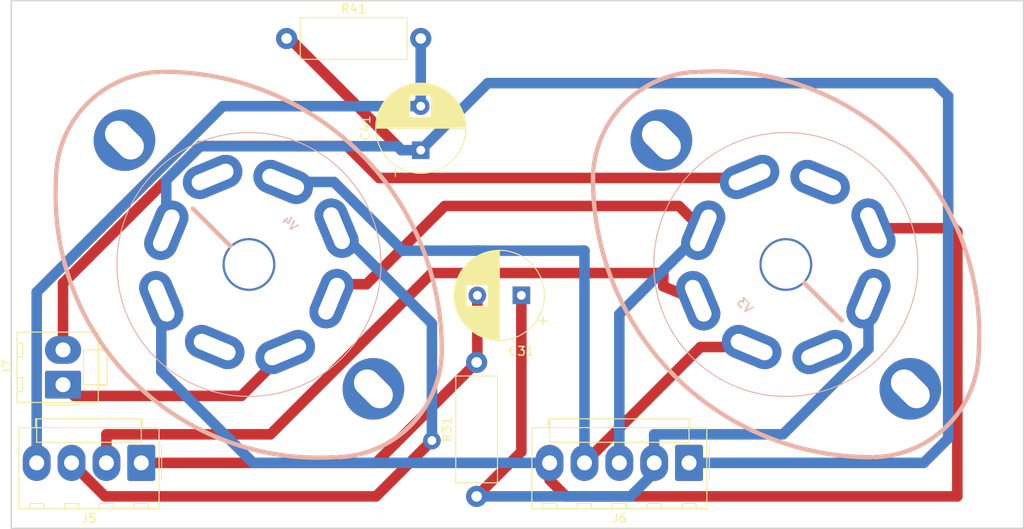
<source format=kicad_pcb>
(kicad_pcb (version 20171130) (host pcbnew "(5.1.6)-1")

  (general
    (thickness 1.6)
    (drawings 4)
    (tracks 80)
    (zones 0)
    (modules 9)
    (nets 12)
  )

  (page A4)
  (layers
    (0 F.Cu signal)
    (31 B.Cu signal)
    (32 B.Adhes user)
    (33 F.Adhes user)
    (34 B.Paste user)
    (35 F.Paste user)
    (36 B.SilkS user)
    (37 F.SilkS user)
    (38 B.Mask user)
    (39 F.Mask user)
    (40 Dwgs.User user)
    (41 Cmts.User user)
    (42 Eco1.User user)
    (43 Eco2.User user)
    (44 Edge.Cuts user)
    (45 Margin user)
    (46 B.CrtYd user)
    (47 F.CrtYd user)
    (48 B.Fab user)
    (49 F.Fab user)
  )

  (setup
    (last_trace_width 1.2)
    (trace_clearance 0.2)
    (zone_clearance 0.508)
    (zone_45_only no)
    (trace_min 0.2)
    (via_size 0.8)
    (via_drill 0.4)
    (via_min_size 0.4)
    (via_min_drill 0.3)
    (uvia_size 0.3)
    (uvia_drill 0.1)
    (uvias_allowed no)
    (uvia_min_size 0.2)
    (uvia_min_drill 0.1)
    (edge_width 0.1)
    (segment_width 0.2)
    (pcb_text_width 0.3)
    (pcb_text_size 1.5 1.5)
    (mod_edge_width 0.15)
    (mod_text_size 1 1)
    (mod_text_width 0.15)
    (pad_size 6 6)
    (pad_drill 5.5)
    (pad_to_mask_clearance 0)
    (aux_axis_origin 0 0)
    (visible_elements 7FFFFFFF)
    (pcbplotparams
      (layerselection 0x010fc_ffffffff)
      (usegerberextensions false)
      (usegerberattributes true)
      (usegerberadvancedattributes true)
      (creategerberjobfile true)
      (excludeedgelayer true)
      (linewidth 0.100000)
      (plotframeref false)
      (viasonmask false)
      (mode 1)
      (useauxorigin false)
      (hpglpennumber 1)
      (hpglpenspeed 20)
      (hpglpendiameter 15.000000)
      (psnegative false)
      (psa4output false)
      (plotreference true)
      (plotvalue true)
      (plotinvisibletext false)
      (padsonsilk false)
      (subtractmaskfromsilk false)
      (outputformat 1)
      (mirror false)
      (drillshape 1)
      (scaleselection 1)
      (outputdirectory ""))
  )

  (net 0 "")
  (net 1 /V3)
  (net 2 /V4)
  (net 3 /+330v)
  (net 4 /OPT/U)
  (net 5 /PowerSupply/K3)
  (net 6 /PowerSupply/K4)
  (net 7 /OPT/W)
  (net 8 /+6.3v)
  (net 9 /-6.3v)
  (net 10 /OPT/Z)
  (net 11 /OPT/X)

  (net_class Default "This is the default net class."
    (clearance 0.2)
    (trace_width 1.2)
    (via_dia 0.8)
    (via_drill 0.4)
    (uvia_dia 0.3)
    (uvia_drill 0.1)
    (add_net /+330v)
    (add_net /+6.3v)
    (add_net /-6.3v)
    (add_net /OPT/U)
    (add_net /OPT/W)
    (add_net /OPT/X)
    (add_net /OPT/Z)
    (add_net /PowerSupply/K3)
    (add_net /PowerSupply/K4)
    (add_net /V3)
    (add_net /V4)
  )

  (module Capacitor_THT:CP_Radial_D10.0mm_P5.00mm (layer F.Cu) (tedit 5AE50EF1) (tstamp 5F8B3BE4)
    (at 108.966 84.582 180)
    (descr "CP, Radial series, Radial, pin pitch=5.00mm, , diameter=10mm, Electrolytic Capacitor")
    (tags "CP Radial series Radial pin pitch 5.00mm  diameter 10mm Electrolytic Capacitor")
    (path /5F7C0435/5F778A0B)
    (fp_text reference C31 (at 0 -6.35) (layer F.SilkS)
      (effects (font (size 1 1) (thickness 0.15)))
    )
    (fp_text value 470u (at 2.5 6.25) (layer F.Fab)
      (effects (font (size 1 1) (thickness 0.15)))
    )
    (fp_circle (center 2.5 0) (end 7.5 0) (layer F.Fab) (width 0.1))
    (fp_circle (center 2.5 0) (end 7.62 0) (layer F.SilkS) (width 0.12))
    (fp_circle (center 2.5 0) (end 7.75 0) (layer F.CrtYd) (width 0.05))
    (fp_line (start -1.788861 -2.1875) (end -0.788861 -2.1875) (layer F.Fab) (width 0.1))
    (fp_line (start -1.288861 -2.6875) (end -1.288861 -1.6875) (layer F.Fab) (width 0.1))
    (fp_line (start 2.5 -5.08) (end 2.5 5.08) (layer F.SilkS) (width 0.12))
    (fp_line (start 2.54 -5.08) (end 2.54 5.08) (layer F.SilkS) (width 0.12))
    (fp_line (start 2.58 -5.08) (end 2.58 5.08) (layer F.SilkS) (width 0.12))
    (fp_line (start 2.62 -5.079) (end 2.62 5.079) (layer F.SilkS) (width 0.12))
    (fp_line (start 2.66 -5.078) (end 2.66 5.078) (layer F.SilkS) (width 0.12))
    (fp_line (start 2.7 -5.077) (end 2.7 5.077) (layer F.SilkS) (width 0.12))
    (fp_line (start 2.74 -5.075) (end 2.74 5.075) (layer F.SilkS) (width 0.12))
    (fp_line (start 2.78 -5.073) (end 2.78 5.073) (layer F.SilkS) (width 0.12))
    (fp_line (start 2.82 -5.07) (end 2.82 5.07) (layer F.SilkS) (width 0.12))
    (fp_line (start 2.86 -5.068) (end 2.86 5.068) (layer F.SilkS) (width 0.12))
    (fp_line (start 2.9 -5.065) (end 2.9 5.065) (layer F.SilkS) (width 0.12))
    (fp_line (start 2.94 -5.062) (end 2.94 5.062) (layer F.SilkS) (width 0.12))
    (fp_line (start 2.98 -5.058) (end 2.98 5.058) (layer F.SilkS) (width 0.12))
    (fp_line (start 3.02 -5.054) (end 3.02 5.054) (layer F.SilkS) (width 0.12))
    (fp_line (start 3.06 -5.05) (end 3.06 5.05) (layer F.SilkS) (width 0.12))
    (fp_line (start 3.1 -5.045) (end 3.1 5.045) (layer F.SilkS) (width 0.12))
    (fp_line (start 3.14 -5.04) (end 3.14 5.04) (layer F.SilkS) (width 0.12))
    (fp_line (start 3.18 -5.035) (end 3.18 5.035) (layer F.SilkS) (width 0.12))
    (fp_line (start 3.221 -5.03) (end 3.221 5.03) (layer F.SilkS) (width 0.12))
    (fp_line (start 3.261 -5.024) (end 3.261 5.024) (layer F.SilkS) (width 0.12))
    (fp_line (start 3.301 -5.018) (end 3.301 5.018) (layer F.SilkS) (width 0.12))
    (fp_line (start 3.341 -5.011) (end 3.341 5.011) (layer F.SilkS) (width 0.12))
    (fp_line (start 3.381 -5.004) (end 3.381 5.004) (layer F.SilkS) (width 0.12))
    (fp_line (start 3.421 -4.997) (end 3.421 4.997) (layer F.SilkS) (width 0.12))
    (fp_line (start 3.461 -4.99) (end 3.461 4.99) (layer F.SilkS) (width 0.12))
    (fp_line (start 3.501 -4.982) (end 3.501 4.982) (layer F.SilkS) (width 0.12))
    (fp_line (start 3.541 -4.974) (end 3.541 4.974) (layer F.SilkS) (width 0.12))
    (fp_line (start 3.581 -4.965) (end 3.581 4.965) (layer F.SilkS) (width 0.12))
    (fp_line (start 3.621 -4.956) (end 3.621 4.956) (layer F.SilkS) (width 0.12))
    (fp_line (start 3.661 -4.947) (end 3.661 4.947) (layer F.SilkS) (width 0.12))
    (fp_line (start 3.701 -4.938) (end 3.701 4.938) (layer F.SilkS) (width 0.12))
    (fp_line (start 3.741 -4.928) (end 3.741 4.928) (layer F.SilkS) (width 0.12))
    (fp_line (start 3.781 -4.918) (end 3.781 -1.241) (layer F.SilkS) (width 0.12))
    (fp_line (start 3.781 1.241) (end 3.781 4.918) (layer F.SilkS) (width 0.12))
    (fp_line (start 3.821 -4.907) (end 3.821 -1.241) (layer F.SilkS) (width 0.12))
    (fp_line (start 3.821 1.241) (end 3.821 4.907) (layer F.SilkS) (width 0.12))
    (fp_line (start 3.861 -4.897) (end 3.861 -1.241) (layer F.SilkS) (width 0.12))
    (fp_line (start 3.861 1.241) (end 3.861 4.897) (layer F.SilkS) (width 0.12))
    (fp_line (start 3.901 -4.885) (end 3.901 -1.241) (layer F.SilkS) (width 0.12))
    (fp_line (start 3.901 1.241) (end 3.901 4.885) (layer F.SilkS) (width 0.12))
    (fp_line (start 3.941 -4.874) (end 3.941 -1.241) (layer F.SilkS) (width 0.12))
    (fp_line (start 3.941 1.241) (end 3.941 4.874) (layer F.SilkS) (width 0.12))
    (fp_line (start 3.981 -4.862) (end 3.981 -1.241) (layer F.SilkS) (width 0.12))
    (fp_line (start 3.981 1.241) (end 3.981 4.862) (layer F.SilkS) (width 0.12))
    (fp_line (start 4.021 -4.85) (end 4.021 -1.241) (layer F.SilkS) (width 0.12))
    (fp_line (start 4.021 1.241) (end 4.021 4.85) (layer F.SilkS) (width 0.12))
    (fp_line (start 4.061 -4.837) (end 4.061 -1.241) (layer F.SilkS) (width 0.12))
    (fp_line (start 4.061 1.241) (end 4.061 4.837) (layer F.SilkS) (width 0.12))
    (fp_line (start 4.101 -4.824) (end 4.101 -1.241) (layer F.SilkS) (width 0.12))
    (fp_line (start 4.101 1.241) (end 4.101 4.824) (layer F.SilkS) (width 0.12))
    (fp_line (start 4.141 -4.811) (end 4.141 -1.241) (layer F.SilkS) (width 0.12))
    (fp_line (start 4.141 1.241) (end 4.141 4.811) (layer F.SilkS) (width 0.12))
    (fp_line (start 4.181 -4.797) (end 4.181 -1.241) (layer F.SilkS) (width 0.12))
    (fp_line (start 4.181 1.241) (end 4.181 4.797) (layer F.SilkS) (width 0.12))
    (fp_line (start 4.221 -4.783) (end 4.221 -1.241) (layer F.SilkS) (width 0.12))
    (fp_line (start 4.221 1.241) (end 4.221 4.783) (layer F.SilkS) (width 0.12))
    (fp_line (start 4.261 -4.768) (end 4.261 -1.241) (layer F.SilkS) (width 0.12))
    (fp_line (start 4.261 1.241) (end 4.261 4.768) (layer F.SilkS) (width 0.12))
    (fp_line (start 4.301 -4.754) (end 4.301 -1.241) (layer F.SilkS) (width 0.12))
    (fp_line (start 4.301 1.241) (end 4.301 4.754) (layer F.SilkS) (width 0.12))
    (fp_line (start 4.341 -4.738) (end 4.341 -1.241) (layer F.SilkS) (width 0.12))
    (fp_line (start 4.341 1.241) (end 4.341 4.738) (layer F.SilkS) (width 0.12))
    (fp_line (start 4.381 -4.723) (end 4.381 -1.241) (layer F.SilkS) (width 0.12))
    (fp_line (start 4.381 1.241) (end 4.381 4.723) (layer F.SilkS) (width 0.12))
    (fp_line (start 4.421 -4.707) (end 4.421 -1.241) (layer F.SilkS) (width 0.12))
    (fp_line (start 4.421 1.241) (end 4.421 4.707) (layer F.SilkS) (width 0.12))
    (fp_line (start 4.461 -4.69) (end 4.461 -1.241) (layer F.SilkS) (width 0.12))
    (fp_line (start 4.461 1.241) (end 4.461 4.69) (layer F.SilkS) (width 0.12))
    (fp_line (start 4.501 -4.674) (end 4.501 -1.241) (layer F.SilkS) (width 0.12))
    (fp_line (start 4.501 1.241) (end 4.501 4.674) (layer F.SilkS) (width 0.12))
    (fp_line (start 4.541 -4.657) (end 4.541 -1.241) (layer F.SilkS) (width 0.12))
    (fp_line (start 4.541 1.241) (end 4.541 4.657) (layer F.SilkS) (width 0.12))
    (fp_line (start 4.581 -4.639) (end 4.581 -1.241) (layer F.SilkS) (width 0.12))
    (fp_line (start 4.581 1.241) (end 4.581 4.639) (layer F.SilkS) (width 0.12))
    (fp_line (start 4.621 -4.621) (end 4.621 -1.241) (layer F.SilkS) (width 0.12))
    (fp_line (start 4.621 1.241) (end 4.621 4.621) (layer F.SilkS) (width 0.12))
    (fp_line (start 4.661 -4.603) (end 4.661 -1.241) (layer F.SilkS) (width 0.12))
    (fp_line (start 4.661 1.241) (end 4.661 4.603) (layer F.SilkS) (width 0.12))
    (fp_line (start 4.701 -4.584) (end 4.701 -1.241) (layer F.SilkS) (width 0.12))
    (fp_line (start 4.701 1.241) (end 4.701 4.584) (layer F.SilkS) (width 0.12))
    (fp_line (start 4.741 -4.564) (end 4.741 -1.241) (layer F.SilkS) (width 0.12))
    (fp_line (start 4.741 1.241) (end 4.741 4.564) (layer F.SilkS) (width 0.12))
    (fp_line (start 4.781 -4.545) (end 4.781 -1.241) (layer F.SilkS) (width 0.12))
    (fp_line (start 4.781 1.241) (end 4.781 4.545) (layer F.SilkS) (width 0.12))
    (fp_line (start 4.821 -4.525) (end 4.821 -1.241) (layer F.SilkS) (width 0.12))
    (fp_line (start 4.821 1.241) (end 4.821 4.525) (layer F.SilkS) (width 0.12))
    (fp_line (start 4.861 -4.504) (end 4.861 -1.241) (layer F.SilkS) (width 0.12))
    (fp_line (start 4.861 1.241) (end 4.861 4.504) (layer F.SilkS) (width 0.12))
    (fp_line (start 4.901 -4.483) (end 4.901 -1.241) (layer F.SilkS) (width 0.12))
    (fp_line (start 4.901 1.241) (end 4.901 4.483) (layer F.SilkS) (width 0.12))
    (fp_line (start 4.941 -4.462) (end 4.941 -1.241) (layer F.SilkS) (width 0.12))
    (fp_line (start 4.941 1.241) (end 4.941 4.462) (layer F.SilkS) (width 0.12))
    (fp_line (start 4.981 -4.44) (end 4.981 -1.241) (layer F.SilkS) (width 0.12))
    (fp_line (start 4.981 1.241) (end 4.981 4.44) (layer F.SilkS) (width 0.12))
    (fp_line (start 5.021 -4.417) (end 5.021 -1.241) (layer F.SilkS) (width 0.12))
    (fp_line (start 5.021 1.241) (end 5.021 4.417) (layer F.SilkS) (width 0.12))
    (fp_line (start 5.061 -4.395) (end 5.061 -1.241) (layer F.SilkS) (width 0.12))
    (fp_line (start 5.061 1.241) (end 5.061 4.395) (layer F.SilkS) (width 0.12))
    (fp_line (start 5.101 -4.371) (end 5.101 -1.241) (layer F.SilkS) (width 0.12))
    (fp_line (start 5.101 1.241) (end 5.101 4.371) (layer F.SilkS) (width 0.12))
    (fp_line (start 5.141 -4.347) (end 5.141 -1.241) (layer F.SilkS) (width 0.12))
    (fp_line (start 5.141 1.241) (end 5.141 4.347) (layer F.SilkS) (width 0.12))
    (fp_line (start 5.181 -4.323) (end 5.181 -1.241) (layer F.SilkS) (width 0.12))
    (fp_line (start 5.181 1.241) (end 5.181 4.323) (layer F.SilkS) (width 0.12))
    (fp_line (start 5.221 -4.298) (end 5.221 -1.241) (layer F.SilkS) (width 0.12))
    (fp_line (start 5.221 1.241) (end 5.221 4.298) (layer F.SilkS) (width 0.12))
    (fp_line (start 5.261 -4.273) (end 5.261 -1.241) (layer F.SilkS) (width 0.12))
    (fp_line (start 5.261 1.241) (end 5.261 4.273) (layer F.SilkS) (width 0.12))
    (fp_line (start 5.301 -4.247) (end 5.301 -1.241) (layer F.SilkS) (width 0.12))
    (fp_line (start 5.301 1.241) (end 5.301 4.247) (layer F.SilkS) (width 0.12))
    (fp_line (start 5.341 -4.221) (end 5.341 -1.241) (layer F.SilkS) (width 0.12))
    (fp_line (start 5.341 1.241) (end 5.341 4.221) (layer F.SilkS) (width 0.12))
    (fp_line (start 5.381 -4.194) (end 5.381 -1.241) (layer F.SilkS) (width 0.12))
    (fp_line (start 5.381 1.241) (end 5.381 4.194) (layer F.SilkS) (width 0.12))
    (fp_line (start 5.421 -4.166) (end 5.421 -1.241) (layer F.SilkS) (width 0.12))
    (fp_line (start 5.421 1.241) (end 5.421 4.166) (layer F.SilkS) (width 0.12))
    (fp_line (start 5.461 -4.138) (end 5.461 -1.241) (layer F.SilkS) (width 0.12))
    (fp_line (start 5.461 1.241) (end 5.461 4.138) (layer F.SilkS) (width 0.12))
    (fp_line (start 5.501 -4.11) (end 5.501 -1.241) (layer F.SilkS) (width 0.12))
    (fp_line (start 5.501 1.241) (end 5.501 4.11) (layer F.SilkS) (width 0.12))
    (fp_line (start 5.541 -4.08) (end 5.541 -1.241) (layer F.SilkS) (width 0.12))
    (fp_line (start 5.541 1.241) (end 5.541 4.08) (layer F.SilkS) (width 0.12))
    (fp_line (start 5.581 -4.05) (end 5.581 -1.241) (layer F.SilkS) (width 0.12))
    (fp_line (start 5.581 1.241) (end 5.581 4.05) (layer F.SilkS) (width 0.12))
    (fp_line (start 5.621 -4.02) (end 5.621 -1.241) (layer F.SilkS) (width 0.12))
    (fp_line (start 5.621 1.241) (end 5.621 4.02) (layer F.SilkS) (width 0.12))
    (fp_line (start 5.661 -3.989) (end 5.661 -1.241) (layer F.SilkS) (width 0.12))
    (fp_line (start 5.661 1.241) (end 5.661 3.989) (layer F.SilkS) (width 0.12))
    (fp_line (start 5.701 -3.957) (end 5.701 -1.241) (layer F.SilkS) (width 0.12))
    (fp_line (start 5.701 1.241) (end 5.701 3.957) (layer F.SilkS) (width 0.12))
    (fp_line (start 5.741 -3.925) (end 5.741 -1.241) (layer F.SilkS) (width 0.12))
    (fp_line (start 5.741 1.241) (end 5.741 3.925) (layer F.SilkS) (width 0.12))
    (fp_line (start 5.781 -3.892) (end 5.781 -1.241) (layer F.SilkS) (width 0.12))
    (fp_line (start 5.781 1.241) (end 5.781 3.892) (layer F.SilkS) (width 0.12))
    (fp_line (start 5.821 -3.858) (end 5.821 -1.241) (layer F.SilkS) (width 0.12))
    (fp_line (start 5.821 1.241) (end 5.821 3.858) (layer F.SilkS) (width 0.12))
    (fp_line (start 5.861 -3.824) (end 5.861 -1.241) (layer F.SilkS) (width 0.12))
    (fp_line (start 5.861 1.241) (end 5.861 3.824) (layer F.SilkS) (width 0.12))
    (fp_line (start 5.901 -3.789) (end 5.901 -1.241) (layer F.SilkS) (width 0.12))
    (fp_line (start 5.901 1.241) (end 5.901 3.789) (layer F.SilkS) (width 0.12))
    (fp_line (start 5.941 -3.753) (end 5.941 -1.241) (layer F.SilkS) (width 0.12))
    (fp_line (start 5.941 1.241) (end 5.941 3.753) (layer F.SilkS) (width 0.12))
    (fp_line (start 5.981 -3.716) (end 5.981 -1.241) (layer F.SilkS) (width 0.12))
    (fp_line (start 5.981 1.241) (end 5.981 3.716) (layer F.SilkS) (width 0.12))
    (fp_line (start 6.021 -3.679) (end 6.021 -1.241) (layer F.SilkS) (width 0.12))
    (fp_line (start 6.021 1.241) (end 6.021 3.679) (layer F.SilkS) (width 0.12))
    (fp_line (start 6.061 -3.64) (end 6.061 -1.241) (layer F.SilkS) (width 0.12))
    (fp_line (start 6.061 1.241) (end 6.061 3.64) (layer F.SilkS) (width 0.12))
    (fp_line (start 6.101 -3.601) (end 6.101 -1.241) (layer F.SilkS) (width 0.12))
    (fp_line (start 6.101 1.241) (end 6.101 3.601) (layer F.SilkS) (width 0.12))
    (fp_line (start 6.141 -3.561) (end 6.141 -1.241) (layer F.SilkS) (width 0.12))
    (fp_line (start 6.141 1.241) (end 6.141 3.561) (layer F.SilkS) (width 0.12))
    (fp_line (start 6.181 -3.52) (end 6.181 -1.241) (layer F.SilkS) (width 0.12))
    (fp_line (start 6.181 1.241) (end 6.181 3.52) (layer F.SilkS) (width 0.12))
    (fp_line (start 6.221 -3.478) (end 6.221 -1.241) (layer F.SilkS) (width 0.12))
    (fp_line (start 6.221 1.241) (end 6.221 3.478) (layer F.SilkS) (width 0.12))
    (fp_line (start 6.261 -3.436) (end 6.261 3.436) (layer F.SilkS) (width 0.12))
    (fp_line (start 6.301 -3.392) (end 6.301 3.392) (layer F.SilkS) (width 0.12))
    (fp_line (start 6.341 -3.347) (end 6.341 3.347) (layer F.SilkS) (width 0.12))
    (fp_line (start 6.381 -3.301) (end 6.381 3.301) (layer F.SilkS) (width 0.12))
    (fp_line (start 6.421 -3.254) (end 6.421 3.254) (layer F.SilkS) (width 0.12))
    (fp_line (start 6.461 -3.206) (end 6.461 3.206) (layer F.SilkS) (width 0.12))
    (fp_line (start 6.501 -3.156) (end 6.501 3.156) (layer F.SilkS) (width 0.12))
    (fp_line (start 6.541 -3.106) (end 6.541 3.106) (layer F.SilkS) (width 0.12))
    (fp_line (start 6.581 -3.054) (end 6.581 3.054) (layer F.SilkS) (width 0.12))
    (fp_line (start 6.621 -3) (end 6.621 3) (layer F.SilkS) (width 0.12))
    (fp_line (start 6.661 -2.945) (end 6.661 2.945) (layer F.SilkS) (width 0.12))
    (fp_line (start 6.701 -2.889) (end 6.701 2.889) (layer F.SilkS) (width 0.12))
    (fp_line (start 6.741 -2.83) (end 6.741 2.83) (layer F.SilkS) (width 0.12))
    (fp_line (start 6.781 -2.77) (end 6.781 2.77) (layer F.SilkS) (width 0.12))
    (fp_line (start 6.821 -2.709) (end 6.821 2.709) (layer F.SilkS) (width 0.12))
    (fp_line (start 6.861 -2.645) (end 6.861 2.645) (layer F.SilkS) (width 0.12))
    (fp_line (start 6.901 -2.579) (end 6.901 2.579) (layer F.SilkS) (width 0.12))
    (fp_line (start 6.941 -2.51) (end 6.941 2.51) (layer F.SilkS) (width 0.12))
    (fp_line (start 6.981 -2.439) (end 6.981 2.439) (layer F.SilkS) (width 0.12))
    (fp_line (start 7.021 -2.365) (end 7.021 2.365) (layer F.SilkS) (width 0.12))
    (fp_line (start 7.061 -2.289) (end 7.061 2.289) (layer F.SilkS) (width 0.12))
    (fp_line (start 7.101 -2.209) (end 7.101 2.209) (layer F.SilkS) (width 0.12))
    (fp_line (start 7.141 -2.125) (end 7.141 2.125) (layer F.SilkS) (width 0.12))
    (fp_line (start 7.181 -2.037) (end 7.181 2.037) (layer F.SilkS) (width 0.12))
    (fp_line (start 7.221 -1.944) (end 7.221 1.944) (layer F.SilkS) (width 0.12))
    (fp_line (start 7.261 -1.846) (end 7.261 1.846) (layer F.SilkS) (width 0.12))
    (fp_line (start 7.301 -1.742) (end 7.301 1.742) (layer F.SilkS) (width 0.12))
    (fp_line (start 7.341 -1.63) (end 7.341 1.63) (layer F.SilkS) (width 0.12))
    (fp_line (start 7.381 -1.51) (end 7.381 1.51) (layer F.SilkS) (width 0.12))
    (fp_line (start 7.421 -1.378) (end 7.421 1.378) (layer F.SilkS) (width 0.12))
    (fp_line (start 7.461 -1.23) (end 7.461 1.23) (layer F.SilkS) (width 0.12))
    (fp_line (start 7.501 -1.062) (end 7.501 1.062) (layer F.SilkS) (width 0.12))
    (fp_line (start 7.541 -0.862) (end 7.541 0.862) (layer F.SilkS) (width 0.12))
    (fp_line (start 7.581 -0.599) (end 7.581 0.599) (layer F.SilkS) (width 0.12))
    (fp_line (start -2.979646 -2.875) (end -1.979646 -2.875) (layer F.SilkS) (width 0.12))
    (fp_line (start -2.479646 -3.375) (end -2.479646 -2.375) (layer F.SilkS) (width 0.12))
    (fp_text user %R (at 2.5 0) (layer F.Fab)
      (effects (font (size 1 1) (thickness 0.15)))
    )
    (pad 2 thru_hole circle (at 5 0 180) (size 2 2) (drill 1) (layers *.Cu *.Mask)
      (net 4 /OPT/U))
    (pad 1 thru_hole rect (at 0 0 180) (size 2 2) (drill 1) (layers *.Cu *.Mask)
      (net 5 /PowerSupply/K3))
    (model ${KISYS3DMOD}/Capacitor_THT.3dshapes/CP_Radial_D10.0mm_P5.00mm.wrl
      (at (xyz 0 0 0))
      (scale (xyz 1 1 1))
      (rotate (xyz 0 0 0))
    )
  )

  (module Capacitor_THT:CP_Radial_D10.0mm_P5.00mm (layer F.Cu) (tedit 5AE50EF1) (tstamp 5F8B0E3E)
    (at 97.536 68.072 90)
    (descr "CP, Radial series, Radial, pin pitch=5.00mm, , diameter=10mm, Electrolytic Capacitor")
    (tags "CP Radial series Radial pin pitch 5.00mm  diameter 10mm Electrolytic Capacitor")
    (path /5F7C0435/5F77C5D5)
    (fp_text reference C41 (at 2.5 -6.25 90) (layer F.SilkS)
      (effects (font (size 1 1) (thickness 0.15)))
    )
    (fp_text value 470u (at 2.5 6.25 90) (layer F.Fab)
      (effects (font (size 1 1) (thickness 0.15)))
    )
    (fp_line (start -2.479646 -3.375) (end -2.479646 -2.375) (layer F.SilkS) (width 0.12))
    (fp_line (start -2.979646 -2.875) (end -1.979646 -2.875) (layer F.SilkS) (width 0.12))
    (fp_line (start 7.581 -0.599) (end 7.581 0.599) (layer F.SilkS) (width 0.12))
    (fp_line (start 7.541 -0.862) (end 7.541 0.862) (layer F.SilkS) (width 0.12))
    (fp_line (start 7.501 -1.062) (end 7.501 1.062) (layer F.SilkS) (width 0.12))
    (fp_line (start 7.461 -1.23) (end 7.461 1.23) (layer F.SilkS) (width 0.12))
    (fp_line (start 7.421 -1.378) (end 7.421 1.378) (layer F.SilkS) (width 0.12))
    (fp_line (start 7.381 -1.51) (end 7.381 1.51) (layer F.SilkS) (width 0.12))
    (fp_line (start 7.341 -1.63) (end 7.341 1.63) (layer F.SilkS) (width 0.12))
    (fp_line (start 7.301 -1.742) (end 7.301 1.742) (layer F.SilkS) (width 0.12))
    (fp_line (start 7.261 -1.846) (end 7.261 1.846) (layer F.SilkS) (width 0.12))
    (fp_line (start 7.221 -1.944) (end 7.221 1.944) (layer F.SilkS) (width 0.12))
    (fp_line (start 7.181 -2.037) (end 7.181 2.037) (layer F.SilkS) (width 0.12))
    (fp_line (start 7.141 -2.125) (end 7.141 2.125) (layer F.SilkS) (width 0.12))
    (fp_line (start 7.101 -2.209) (end 7.101 2.209) (layer F.SilkS) (width 0.12))
    (fp_line (start 7.061 -2.289) (end 7.061 2.289) (layer F.SilkS) (width 0.12))
    (fp_line (start 7.021 -2.365) (end 7.021 2.365) (layer F.SilkS) (width 0.12))
    (fp_line (start 6.981 -2.439) (end 6.981 2.439) (layer F.SilkS) (width 0.12))
    (fp_line (start 6.941 -2.51) (end 6.941 2.51) (layer F.SilkS) (width 0.12))
    (fp_line (start 6.901 -2.579) (end 6.901 2.579) (layer F.SilkS) (width 0.12))
    (fp_line (start 6.861 -2.645) (end 6.861 2.645) (layer F.SilkS) (width 0.12))
    (fp_line (start 6.821 -2.709) (end 6.821 2.709) (layer F.SilkS) (width 0.12))
    (fp_line (start 6.781 -2.77) (end 6.781 2.77) (layer F.SilkS) (width 0.12))
    (fp_line (start 6.741 -2.83) (end 6.741 2.83) (layer F.SilkS) (width 0.12))
    (fp_line (start 6.701 -2.889) (end 6.701 2.889) (layer F.SilkS) (width 0.12))
    (fp_line (start 6.661 -2.945) (end 6.661 2.945) (layer F.SilkS) (width 0.12))
    (fp_line (start 6.621 -3) (end 6.621 3) (layer F.SilkS) (width 0.12))
    (fp_line (start 6.581 -3.054) (end 6.581 3.054) (layer F.SilkS) (width 0.12))
    (fp_line (start 6.541 -3.106) (end 6.541 3.106) (layer F.SilkS) (width 0.12))
    (fp_line (start 6.501 -3.156) (end 6.501 3.156) (layer F.SilkS) (width 0.12))
    (fp_line (start 6.461 -3.206) (end 6.461 3.206) (layer F.SilkS) (width 0.12))
    (fp_line (start 6.421 -3.254) (end 6.421 3.254) (layer F.SilkS) (width 0.12))
    (fp_line (start 6.381 -3.301) (end 6.381 3.301) (layer F.SilkS) (width 0.12))
    (fp_line (start 6.341 -3.347) (end 6.341 3.347) (layer F.SilkS) (width 0.12))
    (fp_line (start 6.301 -3.392) (end 6.301 3.392) (layer F.SilkS) (width 0.12))
    (fp_line (start 6.261 -3.436) (end 6.261 3.436) (layer F.SilkS) (width 0.12))
    (fp_line (start 6.221 1.241) (end 6.221 3.478) (layer F.SilkS) (width 0.12))
    (fp_line (start 6.221 -3.478) (end 6.221 -1.241) (layer F.SilkS) (width 0.12))
    (fp_line (start 6.181 1.241) (end 6.181 3.52) (layer F.SilkS) (width 0.12))
    (fp_line (start 6.181 -3.52) (end 6.181 -1.241) (layer F.SilkS) (width 0.12))
    (fp_line (start 6.141 1.241) (end 6.141 3.561) (layer F.SilkS) (width 0.12))
    (fp_line (start 6.141 -3.561) (end 6.141 -1.241) (layer F.SilkS) (width 0.12))
    (fp_line (start 6.101 1.241) (end 6.101 3.601) (layer F.SilkS) (width 0.12))
    (fp_line (start 6.101 -3.601) (end 6.101 -1.241) (layer F.SilkS) (width 0.12))
    (fp_line (start 6.061 1.241) (end 6.061 3.64) (layer F.SilkS) (width 0.12))
    (fp_line (start 6.061 -3.64) (end 6.061 -1.241) (layer F.SilkS) (width 0.12))
    (fp_line (start 6.021 1.241) (end 6.021 3.679) (layer F.SilkS) (width 0.12))
    (fp_line (start 6.021 -3.679) (end 6.021 -1.241) (layer F.SilkS) (width 0.12))
    (fp_line (start 5.981 1.241) (end 5.981 3.716) (layer F.SilkS) (width 0.12))
    (fp_line (start 5.981 -3.716) (end 5.981 -1.241) (layer F.SilkS) (width 0.12))
    (fp_line (start 5.941 1.241) (end 5.941 3.753) (layer F.SilkS) (width 0.12))
    (fp_line (start 5.941 -3.753) (end 5.941 -1.241) (layer F.SilkS) (width 0.12))
    (fp_line (start 5.901 1.241) (end 5.901 3.789) (layer F.SilkS) (width 0.12))
    (fp_line (start 5.901 -3.789) (end 5.901 -1.241) (layer F.SilkS) (width 0.12))
    (fp_line (start 5.861 1.241) (end 5.861 3.824) (layer F.SilkS) (width 0.12))
    (fp_line (start 5.861 -3.824) (end 5.861 -1.241) (layer F.SilkS) (width 0.12))
    (fp_line (start 5.821 1.241) (end 5.821 3.858) (layer F.SilkS) (width 0.12))
    (fp_line (start 5.821 -3.858) (end 5.821 -1.241) (layer F.SilkS) (width 0.12))
    (fp_line (start 5.781 1.241) (end 5.781 3.892) (layer F.SilkS) (width 0.12))
    (fp_line (start 5.781 -3.892) (end 5.781 -1.241) (layer F.SilkS) (width 0.12))
    (fp_line (start 5.741 1.241) (end 5.741 3.925) (layer F.SilkS) (width 0.12))
    (fp_line (start 5.741 -3.925) (end 5.741 -1.241) (layer F.SilkS) (width 0.12))
    (fp_line (start 5.701 1.241) (end 5.701 3.957) (layer F.SilkS) (width 0.12))
    (fp_line (start 5.701 -3.957) (end 5.701 -1.241) (layer F.SilkS) (width 0.12))
    (fp_line (start 5.661 1.241) (end 5.661 3.989) (layer F.SilkS) (width 0.12))
    (fp_line (start 5.661 -3.989) (end 5.661 -1.241) (layer F.SilkS) (width 0.12))
    (fp_line (start 5.621 1.241) (end 5.621 4.02) (layer F.SilkS) (width 0.12))
    (fp_line (start 5.621 -4.02) (end 5.621 -1.241) (layer F.SilkS) (width 0.12))
    (fp_line (start 5.581 1.241) (end 5.581 4.05) (layer F.SilkS) (width 0.12))
    (fp_line (start 5.581 -4.05) (end 5.581 -1.241) (layer F.SilkS) (width 0.12))
    (fp_line (start 5.541 1.241) (end 5.541 4.08) (layer F.SilkS) (width 0.12))
    (fp_line (start 5.541 -4.08) (end 5.541 -1.241) (layer F.SilkS) (width 0.12))
    (fp_line (start 5.501 1.241) (end 5.501 4.11) (layer F.SilkS) (width 0.12))
    (fp_line (start 5.501 -4.11) (end 5.501 -1.241) (layer F.SilkS) (width 0.12))
    (fp_line (start 5.461 1.241) (end 5.461 4.138) (layer F.SilkS) (width 0.12))
    (fp_line (start 5.461 -4.138) (end 5.461 -1.241) (layer F.SilkS) (width 0.12))
    (fp_line (start 5.421 1.241) (end 5.421 4.166) (layer F.SilkS) (width 0.12))
    (fp_line (start 5.421 -4.166) (end 5.421 -1.241) (layer F.SilkS) (width 0.12))
    (fp_line (start 5.381 1.241) (end 5.381 4.194) (layer F.SilkS) (width 0.12))
    (fp_line (start 5.381 -4.194) (end 5.381 -1.241) (layer F.SilkS) (width 0.12))
    (fp_line (start 5.341 1.241) (end 5.341 4.221) (layer F.SilkS) (width 0.12))
    (fp_line (start 5.341 -4.221) (end 5.341 -1.241) (layer F.SilkS) (width 0.12))
    (fp_line (start 5.301 1.241) (end 5.301 4.247) (layer F.SilkS) (width 0.12))
    (fp_line (start 5.301 -4.247) (end 5.301 -1.241) (layer F.SilkS) (width 0.12))
    (fp_line (start 5.261 1.241) (end 5.261 4.273) (layer F.SilkS) (width 0.12))
    (fp_line (start 5.261 -4.273) (end 5.261 -1.241) (layer F.SilkS) (width 0.12))
    (fp_line (start 5.221 1.241) (end 5.221 4.298) (layer F.SilkS) (width 0.12))
    (fp_line (start 5.221 -4.298) (end 5.221 -1.241) (layer F.SilkS) (width 0.12))
    (fp_line (start 5.181 1.241) (end 5.181 4.323) (layer F.SilkS) (width 0.12))
    (fp_line (start 5.181 -4.323) (end 5.181 -1.241) (layer F.SilkS) (width 0.12))
    (fp_line (start 5.141 1.241) (end 5.141 4.347) (layer F.SilkS) (width 0.12))
    (fp_line (start 5.141 -4.347) (end 5.141 -1.241) (layer F.SilkS) (width 0.12))
    (fp_line (start 5.101 1.241) (end 5.101 4.371) (layer F.SilkS) (width 0.12))
    (fp_line (start 5.101 -4.371) (end 5.101 -1.241) (layer F.SilkS) (width 0.12))
    (fp_line (start 5.061 1.241) (end 5.061 4.395) (layer F.SilkS) (width 0.12))
    (fp_line (start 5.061 -4.395) (end 5.061 -1.241) (layer F.SilkS) (width 0.12))
    (fp_line (start 5.021 1.241) (end 5.021 4.417) (layer F.SilkS) (width 0.12))
    (fp_line (start 5.021 -4.417) (end 5.021 -1.241) (layer F.SilkS) (width 0.12))
    (fp_line (start 4.981 1.241) (end 4.981 4.44) (layer F.SilkS) (width 0.12))
    (fp_line (start 4.981 -4.44) (end 4.981 -1.241) (layer F.SilkS) (width 0.12))
    (fp_line (start 4.941 1.241) (end 4.941 4.462) (layer F.SilkS) (width 0.12))
    (fp_line (start 4.941 -4.462) (end 4.941 -1.241) (layer F.SilkS) (width 0.12))
    (fp_line (start 4.901 1.241) (end 4.901 4.483) (layer F.SilkS) (width 0.12))
    (fp_line (start 4.901 -4.483) (end 4.901 -1.241) (layer F.SilkS) (width 0.12))
    (fp_line (start 4.861 1.241) (end 4.861 4.504) (layer F.SilkS) (width 0.12))
    (fp_line (start 4.861 -4.504) (end 4.861 -1.241) (layer F.SilkS) (width 0.12))
    (fp_line (start 4.821 1.241) (end 4.821 4.525) (layer F.SilkS) (width 0.12))
    (fp_line (start 4.821 -4.525) (end 4.821 -1.241) (layer F.SilkS) (width 0.12))
    (fp_line (start 4.781 1.241) (end 4.781 4.545) (layer F.SilkS) (width 0.12))
    (fp_line (start 4.781 -4.545) (end 4.781 -1.241) (layer F.SilkS) (width 0.12))
    (fp_line (start 4.741 1.241) (end 4.741 4.564) (layer F.SilkS) (width 0.12))
    (fp_line (start 4.741 -4.564) (end 4.741 -1.241) (layer F.SilkS) (width 0.12))
    (fp_line (start 4.701 1.241) (end 4.701 4.584) (layer F.SilkS) (width 0.12))
    (fp_line (start 4.701 -4.584) (end 4.701 -1.241) (layer F.SilkS) (width 0.12))
    (fp_line (start 4.661 1.241) (end 4.661 4.603) (layer F.SilkS) (width 0.12))
    (fp_line (start 4.661 -4.603) (end 4.661 -1.241) (layer F.SilkS) (width 0.12))
    (fp_line (start 4.621 1.241) (end 4.621 4.621) (layer F.SilkS) (width 0.12))
    (fp_line (start 4.621 -4.621) (end 4.621 -1.241) (layer F.SilkS) (width 0.12))
    (fp_line (start 4.581 1.241) (end 4.581 4.639) (layer F.SilkS) (width 0.12))
    (fp_line (start 4.581 -4.639) (end 4.581 -1.241) (layer F.SilkS) (width 0.12))
    (fp_line (start 4.541 1.241) (end 4.541 4.657) (layer F.SilkS) (width 0.12))
    (fp_line (start 4.541 -4.657) (end 4.541 -1.241) (layer F.SilkS) (width 0.12))
    (fp_line (start 4.501 1.241) (end 4.501 4.674) (layer F.SilkS) (width 0.12))
    (fp_line (start 4.501 -4.674) (end 4.501 -1.241) (layer F.SilkS) (width 0.12))
    (fp_line (start 4.461 1.241) (end 4.461 4.69) (layer F.SilkS) (width 0.12))
    (fp_line (start 4.461 -4.69) (end 4.461 -1.241) (layer F.SilkS) (width 0.12))
    (fp_line (start 4.421 1.241) (end 4.421 4.707) (layer F.SilkS) (width 0.12))
    (fp_line (start 4.421 -4.707) (end 4.421 -1.241) (layer F.SilkS) (width 0.12))
    (fp_line (start 4.381 1.241) (end 4.381 4.723) (layer F.SilkS) (width 0.12))
    (fp_line (start 4.381 -4.723) (end 4.381 -1.241) (layer F.SilkS) (width 0.12))
    (fp_line (start 4.341 1.241) (end 4.341 4.738) (layer F.SilkS) (width 0.12))
    (fp_line (start 4.341 -4.738) (end 4.341 -1.241) (layer F.SilkS) (width 0.12))
    (fp_line (start 4.301 1.241) (end 4.301 4.754) (layer F.SilkS) (width 0.12))
    (fp_line (start 4.301 -4.754) (end 4.301 -1.241) (layer F.SilkS) (width 0.12))
    (fp_line (start 4.261 1.241) (end 4.261 4.768) (layer F.SilkS) (width 0.12))
    (fp_line (start 4.261 -4.768) (end 4.261 -1.241) (layer F.SilkS) (width 0.12))
    (fp_line (start 4.221 1.241) (end 4.221 4.783) (layer F.SilkS) (width 0.12))
    (fp_line (start 4.221 -4.783) (end 4.221 -1.241) (layer F.SilkS) (width 0.12))
    (fp_line (start 4.181 1.241) (end 4.181 4.797) (layer F.SilkS) (width 0.12))
    (fp_line (start 4.181 -4.797) (end 4.181 -1.241) (layer F.SilkS) (width 0.12))
    (fp_line (start 4.141 1.241) (end 4.141 4.811) (layer F.SilkS) (width 0.12))
    (fp_line (start 4.141 -4.811) (end 4.141 -1.241) (layer F.SilkS) (width 0.12))
    (fp_line (start 4.101 1.241) (end 4.101 4.824) (layer F.SilkS) (width 0.12))
    (fp_line (start 4.101 -4.824) (end 4.101 -1.241) (layer F.SilkS) (width 0.12))
    (fp_line (start 4.061 1.241) (end 4.061 4.837) (layer F.SilkS) (width 0.12))
    (fp_line (start 4.061 -4.837) (end 4.061 -1.241) (layer F.SilkS) (width 0.12))
    (fp_line (start 4.021 1.241) (end 4.021 4.85) (layer F.SilkS) (width 0.12))
    (fp_line (start 4.021 -4.85) (end 4.021 -1.241) (layer F.SilkS) (width 0.12))
    (fp_line (start 3.981 1.241) (end 3.981 4.862) (layer F.SilkS) (width 0.12))
    (fp_line (start 3.981 -4.862) (end 3.981 -1.241) (layer F.SilkS) (width 0.12))
    (fp_line (start 3.941 1.241) (end 3.941 4.874) (layer F.SilkS) (width 0.12))
    (fp_line (start 3.941 -4.874) (end 3.941 -1.241) (layer F.SilkS) (width 0.12))
    (fp_line (start 3.901 1.241) (end 3.901 4.885) (layer F.SilkS) (width 0.12))
    (fp_line (start 3.901 -4.885) (end 3.901 -1.241) (layer F.SilkS) (width 0.12))
    (fp_line (start 3.861 1.241) (end 3.861 4.897) (layer F.SilkS) (width 0.12))
    (fp_line (start 3.861 -4.897) (end 3.861 -1.241) (layer F.SilkS) (width 0.12))
    (fp_line (start 3.821 1.241) (end 3.821 4.907) (layer F.SilkS) (width 0.12))
    (fp_line (start 3.821 -4.907) (end 3.821 -1.241) (layer F.SilkS) (width 0.12))
    (fp_line (start 3.781 1.241) (end 3.781 4.918) (layer F.SilkS) (width 0.12))
    (fp_line (start 3.781 -4.918) (end 3.781 -1.241) (layer F.SilkS) (width 0.12))
    (fp_line (start 3.741 -4.928) (end 3.741 4.928) (layer F.SilkS) (width 0.12))
    (fp_line (start 3.701 -4.938) (end 3.701 4.938) (layer F.SilkS) (width 0.12))
    (fp_line (start 3.661 -4.947) (end 3.661 4.947) (layer F.SilkS) (width 0.12))
    (fp_line (start 3.621 -4.956) (end 3.621 4.956) (layer F.SilkS) (width 0.12))
    (fp_line (start 3.581 -4.965) (end 3.581 4.965) (layer F.SilkS) (width 0.12))
    (fp_line (start 3.541 -4.974) (end 3.541 4.974) (layer F.SilkS) (width 0.12))
    (fp_line (start 3.501 -4.982) (end 3.501 4.982) (layer F.SilkS) (width 0.12))
    (fp_line (start 3.461 -4.99) (end 3.461 4.99) (layer F.SilkS) (width 0.12))
    (fp_line (start 3.421 -4.997) (end 3.421 4.997) (layer F.SilkS) (width 0.12))
    (fp_line (start 3.381 -5.004) (end 3.381 5.004) (layer F.SilkS) (width 0.12))
    (fp_line (start 3.341 -5.011) (end 3.341 5.011) (layer F.SilkS) (width 0.12))
    (fp_line (start 3.301 -5.018) (end 3.301 5.018) (layer F.SilkS) (width 0.12))
    (fp_line (start 3.261 -5.024) (end 3.261 5.024) (layer F.SilkS) (width 0.12))
    (fp_line (start 3.221 -5.03) (end 3.221 5.03) (layer F.SilkS) (width 0.12))
    (fp_line (start 3.18 -5.035) (end 3.18 5.035) (layer F.SilkS) (width 0.12))
    (fp_line (start 3.14 -5.04) (end 3.14 5.04) (layer F.SilkS) (width 0.12))
    (fp_line (start 3.1 -5.045) (end 3.1 5.045) (layer F.SilkS) (width 0.12))
    (fp_line (start 3.06 -5.05) (end 3.06 5.05) (layer F.SilkS) (width 0.12))
    (fp_line (start 3.02 -5.054) (end 3.02 5.054) (layer F.SilkS) (width 0.12))
    (fp_line (start 2.98 -5.058) (end 2.98 5.058) (layer F.SilkS) (width 0.12))
    (fp_line (start 2.94 -5.062) (end 2.94 5.062) (layer F.SilkS) (width 0.12))
    (fp_line (start 2.9 -5.065) (end 2.9 5.065) (layer F.SilkS) (width 0.12))
    (fp_line (start 2.86 -5.068) (end 2.86 5.068) (layer F.SilkS) (width 0.12))
    (fp_line (start 2.82 -5.07) (end 2.82 5.07) (layer F.SilkS) (width 0.12))
    (fp_line (start 2.78 -5.073) (end 2.78 5.073) (layer F.SilkS) (width 0.12))
    (fp_line (start 2.74 -5.075) (end 2.74 5.075) (layer F.SilkS) (width 0.12))
    (fp_line (start 2.7 -5.077) (end 2.7 5.077) (layer F.SilkS) (width 0.12))
    (fp_line (start 2.66 -5.078) (end 2.66 5.078) (layer F.SilkS) (width 0.12))
    (fp_line (start 2.62 -5.079) (end 2.62 5.079) (layer F.SilkS) (width 0.12))
    (fp_line (start 2.58 -5.08) (end 2.58 5.08) (layer F.SilkS) (width 0.12))
    (fp_line (start 2.54 -5.08) (end 2.54 5.08) (layer F.SilkS) (width 0.12))
    (fp_line (start 2.5 -5.08) (end 2.5 5.08) (layer F.SilkS) (width 0.12))
    (fp_line (start -1.288861 -2.6875) (end -1.288861 -1.6875) (layer F.Fab) (width 0.1))
    (fp_line (start -1.788861 -2.1875) (end -0.788861 -2.1875) (layer F.Fab) (width 0.1))
    (fp_circle (center 2.5 0) (end 7.75 0) (layer F.CrtYd) (width 0.05))
    (fp_circle (center 2.5 0) (end 7.62 0) (layer F.SilkS) (width 0.12))
    (fp_circle (center 2.5 0) (end 7.5 0) (layer F.Fab) (width 0.1))
    (fp_text user %R (at 2.5 0 90) (layer F.Fab)
      (effects (font (size 1 1) (thickness 0.15)))
    )
    (pad 1 thru_hole rect (at 0 0 90) (size 2 2) (drill 1) (layers *.Cu *.Mask)
      (net 6 /PowerSupply/K4))
    (pad 2 thru_hole circle (at 5 0 90) (size 2 2) (drill 1) (layers *.Cu *.Mask)
      (net 7 /OPT/W))
    (model ${KISYS3DMOD}/Capacitor_THT.3dshapes/CP_Radial_D10.0mm_P5.00mm.wrl
      (at (xyz 0 0 0))
      (scale (xyz 1 1 1))
      (rotate (xyz 0 0 0))
    )
  )

  (module Resistor_THT:R_Axial_DIN0414_L11.9mm_D4.5mm_P15.24mm_Horizontal (layer F.Cu) (tedit 5AE5139B) (tstamp 5F8B12AF)
    (at 103.886 107.442 90)
    (descr "Resistor, Axial_DIN0414 series, Axial, Horizontal, pin pitch=15.24mm, 2W, length*diameter=11.9*4.5mm^2, http://www.vishay.com/docs/20128/wkxwrx.pdf")
    (tags "Resistor Axial_DIN0414 series Axial Horizontal pin pitch 15.24mm 2W length 11.9mm diameter 4.5mm")
    (path /5F7C0435/5F7778FE)
    (fp_text reference R31 (at 7.62 -3.37 90) (layer F.SilkS)
      (effects (font (size 1 1) (thickness 0.15)))
    )
    (fp_text value "470 5W" (at 7.62 3.37 90) (layer F.Fab)
      (effects (font (size 1 1) (thickness 0.15)))
    )
    (fp_line (start 1.67 -2.25) (end 1.67 2.25) (layer F.Fab) (width 0.1))
    (fp_line (start 1.67 2.25) (end 13.57 2.25) (layer F.Fab) (width 0.1))
    (fp_line (start 13.57 2.25) (end 13.57 -2.25) (layer F.Fab) (width 0.1))
    (fp_line (start 13.57 -2.25) (end 1.67 -2.25) (layer F.Fab) (width 0.1))
    (fp_line (start 0 0) (end 1.67 0) (layer F.Fab) (width 0.1))
    (fp_line (start 15.24 0) (end 13.57 0) (layer F.Fab) (width 0.1))
    (fp_line (start 1.55 -2.37) (end 1.55 2.37) (layer F.SilkS) (width 0.12))
    (fp_line (start 1.55 2.37) (end 13.69 2.37) (layer F.SilkS) (width 0.12))
    (fp_line (start 13.69 2.37) (end 13.69 -2.37) (layer F.SilkS) (width 0.12))
    (fp_line (start 13.69 -2.37) (end 1.55 -2.37) (layer F.SilkS) (width 0.12))
    (fp_line (start 1.44 0) (end 1.55 0) (layer F.SilkS) (width 0.12))
    (fp_line (start 13.8 0) (end 13.69 0) (layer F.SilkS) (width 0.12))
    (fp_line (start -1.45 -2.5) (end -1.45 2.5) (layer F.CrtYd) (width 0.05))
    (fp_line (start -1.45 2.5) (end 16.69 2.5) (layer F.CrtYd) (width 0.05))
    (fp_line (start 16.69 2.5) (end 16.69 -2.5) (layer F.CrtYd) (width 0.05))
    (fp_line (start 16.69 -2.5) (end -1.45 -2.5) (layer F.CrtYd) (width 0.05))
    (fp_text user %R (at 7.62 0 90) (layer F.Fab)
      (effects (font (size 1 1) (thickness 0.15)))
    )
    (pad 2 thru_hole oval (at 15.24 0 90) (size 2.4 2.4) (drill 1.2) (layers *.Cu *.Mask)
      (net 4 /OPT/U))
    (pad 1 thru_hole circle (at 0 0 90) (size 2.4 2.4) (drill 1.2) (layers *.Cu *.Mask)
      (net 5 /PowerSupply/K3))
    (model ${KISYS3DMOD}/Resistor_THT.3dshapes/R_Axial_DIN0414_L11.9mm_D4.5mm_P15.24mm_Horizontal.wrl
      (at (xyz 0 0 0))
      (scale (xyz 1 1 1))
      (rotate (xyz 0 0 0))
    )
  )

  (module Resistor_THT:R_Axial_DIN0414_L11.9mm_D4.5mm_P15.24mm_Horizontal (layer F.Cu) (tedit 5AE5139B) (tstamp 5F8B12C6)
    (at 82.296 55.372)
    (descr "Resistor, Axial_DIN0414 series, Axial, Horizontal, pin pitch=15.24mm, 2W, length*diameter=11.9*4.5mm^2, http://www.vishay.com/docs/20128/wkxwrx.pdf")
    (tags "Resistor Axial_DIN0414 series Axial Horizontal pin pitch 15.24mm 2W length 11.9mm diameter 4.5mm")
    (path /5F7C0435/5F77C5CF)
    (fp_text reference R41 (at 7.62 -3.37) (layer F.SilkS)
      (effects (font (size 1 1) (thickness 0.15)))
    )
    (fp_text value "470 5W" (at 7.62 3.37) (layer F.Fab)
      (effects (font (size 1 1) (thickness 0.15)))
    )
    (fp_line (start 1.67 -2.25) (end 1.67 2.25) (layer F.Fab) (width 0.1))
    (fp_line (start 1.67 2.25) (end 13.57 2.25) (layer F.Fab) (width 0.1))
    (fp_line (start 13.57 2.25) (end 13.57 -2.25) (layer F.Fab) (width 0.1))
    (fp_line (start 13.57 -2.25) (end 1.67 -2.25) (layer F.Fab) (width 0.1))
    (fp_line (start 0 0) (end 1.67 0) (layer F.Fab) (width 0.1))
    (fp_line (start 15.24 0) (end 13.57 0) (layer F.Fab) (width 0.1))
    (fp_line (start 1.55 -2.37) (end 1.55 2.37) (layer F.SilkS) (width 0.12))
    (fp_line (start 1.55 2.37) (end 13.69 2.37) (layer F.SilkS) (width 0.12))
    (fp_line (start 13.69 2.37) (end 13.69 -2.37) (layer F.SilkS) (width 0.12))
    (fp_line (start 13.69 -2.37) (end 1.55 -2.37) (layer F.SilkS) (width 0.12))
    (fp_line (start 1.44 0) (end 1.55 0) (layer F.SilkS) (width 0.12))
    (fp_line (start 13.8 0) (end 13.69 0) (layer F.SilkS) (width 0.12))
    (fp_line (start -1.45 -2.5) (end -1.45 2.5) (layer F.CrtYd) (width 0.05))
    (fp_line (start -1.45 2.5) (end 16.69 2.5) (layer F.CrtYd) (width 0.05))
    (fp_line (start 16.69 2.5) (end 16.69 -2.5) (layer F.CrtYd) (width 0.05))
    (fp_line (start 16.69 -2.5) (end -1.45 -2.5) (layer F.CrtYd) (width 0.05))
    (fp_text user %R (at 7.62 0) (layer F.Fab)
      (effects (font (size 1 1) (thickness 0.15)))
    )
    (pad 2 thru_hole oval (at 15.24 0) (size 2.4 2.4) (drill 1.2) (layers *.Cu *.Mask)
      (net 7 /OPT/W))
    (pad 1 thru_hole circle (at 0 0) (size 2.4 2.4) (drill 1.2) (layers *.Cu *.Mask)
      (net 6 /PowerSupply/K4))
    (model ${KISYS3DMOD}/Resistor_THT.3dshapes/R_Axial_DIN0414_L11.9mm_D4.5mm_P15.24mm_Horizontal.wrl
      (at (xyz 0 0 0))
      (scale (xyz 1 1 1))
      (rotate (xyz 0 0 0))
    )
  )

  (module KIT:Valve_Octal (layer B.Cu) (tedit 5EC5AA94) (tstamp 5F8B1471)
    (at 139.016 81.072 135)
    (descr "8-pin round valve")
    (tags valve)
    (path /5F7C0435/5F7CA359)
    (fp_text reference V3 (at 0 -6.604 135) (layer B.SilkS)
      (effects (font (size 1 1) (thickness 0.15)) (justify mirror))
    )
    (fp_text value KT66 (at 0 4.94878 135) (layer B.Fab)
      (effects (font (size 1 1) (thickness 0.15)) (justify mirror))
    )
    (fp_circle (center 0 0) (end 15 0) (layer B.CrtYd) (width 0.05))
    (fp_circle (center 0 0) (end 15 0) (layer B.SilkS) (width 0.12))
    (fp_circle (center 0 0) (end -4.297097 10.37411) (layer B.Fab) (width 0.1))
    (fp_line (start 0 0) (end -9 0) (layer B.SilkS) (width 0.5))
    (fp_arc (start 0 13.716) (end -22.351999 -8.635999) (angle 90) (layer B.SilkS) (width 0.5))
    (fp_arc (start -13.716 0) (end -22.351999 8.635999) (angle 88.26429541) (layer B.SilkS) (width 0.5))
    (fp_arc (start 13.716 0) (end 22.351999 -8.635999) (angle 88.2) (layer B.SilkS) (width 0.5))
    (fp_text user %R (at 0 -4.064 135) (layer B.Fab)
      (effects (font (size 1 1) (thickness 0.15)) (justify mirror))
    )
    (fp_arc (start 0 -11.176) (end 22.351999 8.635999) (angle 96.8947737) (layer B.SilkS) (width 0.5))
    (pad 10 thru_hole circle (at 20 0 135) (size 7 7) (drill oval 5 3) (layers *.Cu *.Mask))
    (pad 9 thru_hole circle (at -20 0 135) (size 7 7) (drill oval 5 3) (layers *.Cu *.Mask))
    (pad "" thru_hole circle (at 0 0 247.5) (size 6 6) (drill 5.5) (layers *.Cu *.Mask))
    (pad 8 thru_hole oval (at -9.386616 3.888064 247.5) (size 7 3.8) (drill oval 5 1.8) (layers *.Cu *.Mask)
      (net 5 /PowerSupply/K3))
    (pad 7 thru_hole oval (at -4.123914 9.95601 292.5) (size 7 3.8) (drill oval 5 1.8) (layers *.Cu *.Mask)
      (net 9 /-6.3v))
    (pad 6 thru_hole oval (at 3.888064 9.386616 157.5) (size 7 3.8) (drill oval 5 1.8) (layers *.Cu *.Mask))
    (pad 5 thru_hole oval (at 9.95601 4.123914 202.5) (size 7 3.8) (drill oval 5 1.8) (layers *.Cu *.Mask)
      (net 1 /V3))
    (pad 4 thru_hole oval (at 9.386616 -3.888064 247.5) (size 7 3.8) (drill oval 5 1.8) (layers *.Cu *.Mask)
      (net 3 /+330v))
    (pad 3 thru_hole oval (at 4.123914 -9.95601 112.5) (size 7 3.8) (drill oval 5 1.8) (layers *.Cu *.Mask)
      (net 10 /OPT/Z))
    (pad 2 thru_hole oval (at -3.888064 -9.386616 337.5) (size 7 3.8) (drill oval 5 1.8) (layers *.Cu *.Mask)
      (net 8 /+6.3v))
    (pad 1 thru_hole oval (at -9.95601 -4.123914 202.5) (size 7 3.8) (drill oval 5 1.8) (layers *.Cu *.Mask))
    (model ${KISYS3DMOD}/Valve.3dshapes/Valve_Octal.wrl
      (at (xyz 0 0 0))
      (scale (xyz 1 1 1))
      (rotate (xyz 0 0 0))
    )
  )

  (module KIT:Valve_Octal (layer B.Cu) (tedit 5EC5AA94) (tstamp 5F8B4377)
    (at 78.016 81.072 315)
    (descr "8-pin round valve")
    (tags valve)
    (path /5F7C0435/5F7CA35F)
    (fp_text reference V4 (at 0 -6.604 135) (layer B.SilkS)
      (effects (font (size 1 1) (thickness 0.15)) (justify mirror))
    )
    (fp_text value KT66 (at 0 4.94878 135) (layer B.Fab)
      (effects (font (size 1 1) (thickness 0.15)) (justify mirror))
    )
    (fp_line (start 0 0) (end -9 0) (layer B.SilkS) (width 0.5))
    (fp_circle (center 0 0) (end -4.297097 10.37411) (layer B.Fab) (width 0.1))
    (fp_circle (center 0 0) (end 15 0) (layer B.SilkS) (width 0.12))
    (fp_circle (center 0 0) (end 15 0) (layer B.CrtYd) (width 0.05))
    (fp_arc (start 0 -11.176) (end 22.351999 8.635999) (angle 96.8947737) (layer B.SilkS) (width 0.5))
    (fp_text user %R (at 0 -4.064 135) (layer B.Fab)
      (effects (font (size 1 1) (thickness 0.15)) (justify mirror))
    )
    (fp_arc (start 13.716 0) (end 22.351999 -8.635999) (angle 88.2) (layer B.SilkS) (width 0.5))
    (fp_arc (start -13.716 0) (end -22.351999 8.635999) (angle 88.26429541) (layer B.SilkS) (width 0.5))
    (fp_arc (start 0 13.716) (end -22.351999 -8.635999) (angle 90) (layer B.SilkS) (width 0.5))
    (pad 1 thru_hole oval (at -9.95601 -4.123914 22.5) (size 7 3.8) (drill oval 5 1.8) (layers *.Cu *.Mask))
    (pad 2 thru_hole oval (at -3.888064 -9.386616 157.5) (size 7 3.8) (drill oval 5 1.8) (layers *.Cu *.Mask)
      (net 8 /+6.3v))
    (pad 3 thru_hole oval (at 4.123914 -9.95601 292.5) (size 7 3.8) (drill oval 5 1.8) (layers *.Cu *.Mask)
      (net 11 /OPT/X))
    (pad 4 thru_hole oval (at 9.386616 -3.888064 67.5) (size 7 3.8) (drill oval 5 1.8) (layers *.Cu *.Mask)
      (net 3 /+330v))
    (pad 5 thru_hole oval (at 9.95601 4.123914 22.5) (size 7 3.8) (drill oval 5 1.8) (layers *.Cu *.Mask)
      (net 2 /V4))
    (pad 6 thru_hole oval (at 3.888064 9.386616 337.5) (size 7 3.8) (drill oval 5 1.8) (layers *.Cu *.Mask))
    (pad 7 thru_hole oval (at -4.123914 9.95601 112.5) (size 7 3.8) (drill oval 5 1.8) (layers *.Cu *.Mask)
      (net 9 /-6.3v))
    (pad 8 thru_hole oval (at -9.386616 3.888064 67.5) (size 7 3.8) (drill oval 5 1.8) (layers *.Cu *.Mask)
      (net 6 /PowerSupply/K4))
    (pad "" thru_hole circle (at 0 0 67.5) (size 6 6) (drill 5.5) (layers *.Cu *.Mask))
    (pad 9 thru_hole circle (at -20 0 315) (size 7 7) (drill oval 5 3) (layers *.Cu *.Mask))
    (pad 10 thru_hole circle (at 20 0 315) (size 7 7) (drill oval 5 3) (layers *.Cu *.Mask))
    (model ${KISYS3DMOD}/Valve.3dshapes/Valve_Octal.wrl
      (at (xyz 0 0 0))
      (scale (xyz 1 1 1))
      (rotate (xyz 0 0 0))
    )
  )

  (module Connector_Molex:Molex_KK-396_A-41791-0002_1x02_P3.96mm_Vertical (layer F.Cu) (tedit 5DC431B4) (tstamp 5F8B3CC3)
    (at 56.896 94.742 90)
    (descr "Molex KK 396 Interconnect System, old/engineering part number: A-41791-0002 example for new part number: 26-60-4020, 2 Pins (https://www.molex.com/pdm_docs/sd/026604020_sd.pdf), generated with kicad-footprint-generator")
    (tags "connector Molex KK-396 vertical")
    (path /5F7C0435/5F8B91DB)
    (fp_text reference J7 (at 1.98 -6.31 90) (layer F.SilkS)
      (effects (font (size 1 1) (thickness 0.15)))
    )
    (fp_text value ~ (at 1.98 6.1 90) (layer F.Fab)
      (effects (font (size 1 1) (thickness 0.15)))
    )
    (fp_line (start -1.91 -5.11) (end 5.87 -5.11) (layer F.Fab) (width 0.1))
    (fp_line (start 5.87 -5.11) (end 5.87 3.895) (layer F.Fab) (width 0.1))
    (fp_line (start 5.87 3.895) (end 3.965 3.895) (layer F.Fab) (width 0.1))
    (fp_line (start 3.965 3.895) (end 3.965 4.9) (layer F.Fab) (width 0.1))
    (fp_line (start 3.965 4.9) (end -0.005 4.9) (layer F.Fab) (width 0.1))
    (fp_line (start -0.005 4.9) (end -0.005 3.895) (layer F.Fab) (width 0.1))
    (fp_line (start -0.005 3.895) (end -1.91 3.895) (layer F.Fab) (width 0.1))
    (fp_line (start -1.91 3.895) (end -1.91 -5.11) (layer F.Fab) (width 0.1))
    (fp_line (start -2.02 -5.22) (end 5.98 -5.22) (layer F.SilkS) (width 0.12))
    (fp_line (start 5.98 -5.22) (end 5.98 4.005) (layer F.SilkS) (width 0.12))
    (fp_line (start 5.98 4.005) (end 4.075 4.005) (layer F.SilkS) (width 0.12))
    (fp_line (start 4.075 4.005) (end 4.075 5.01) (layer F.SilkS) (width 0.12))
    (fp_line (start 4.075 5.01) (end -0.115 5.01) (layer F.SilkS) (width 0.12))
    (fp_line (start -0.115 5.01) (end -0.115 4.005) (layer F.SilkS) (width 0.12))
    (fp_line (start -0.115 4.005) (end -2.02 4.005) (layer F.SilkS) (width 0.12))
    (fp_line (start -2.02 4.005) (end -2.02 -5.22) (layer F.SilkS) (width 0.12))
    (fp_line (start -2.31 -2) (end -2.31 2) (layer F.SilkS) (width 0.12))
    (fp_line (start -1.91 -0.5) (end -1.202893 0) (layer F.Fab) (width 0.1))
    (fp_line (start -1.202893 0) (end -1.91 0.5) (layer F.Fab) (width 0.1))
    (fp_line (start 0 5.01) (end 0 4.01) (layer F.SilkS) (width 0.12))
    (fp_line (start 0 4.01) (end 3.96 4.01) (layer F.SilkS) (width 0.12))
    (fp_line (start 3.96 4.01) (end 3.96 5.01) (layer F.SilkS) (width 0.12))
    (fp_line (start 0 4.01) (end 0 2.34) (layer F.SilkS) (width 0.12))
    (fp_line (start 0 2.34) (end 3.96 2.34) (layer F.SilkS) (width 0.12))
    (fp_line (start 3.96 2.34) (end 3.96 4.01) (layer F.SilkS) (width 0.12))
    (fp_line (start -0.8 -5.22) (end -0.8 -4.62) (layer F.SilkS) (width 0.12))
    (fp_line (start -0.8 -4.62) (end 0.8 -4.62) (layer F.SilkS) (width 0.12))
    (fp_line (start 0.8 -4.62) (end 0.8 -5.22) (layer F.SilkS) (width 0.12))
    (fp_line (start 3.16 -5.22) (end 3.16 -4.62) (layer F.SilkS) (width 0.12))
    (fp_line (start 3.16 -4.62) (end 4.76 -4.62) (layer F.SilkS) (width 0.12))
    (fp_line (start 4.76 -4.62) (end 4.76 -5.22) (layer F.SilkS) (width 0.12))
    (fp_line (start -2.41 -5.61) (end -2.41 5.4) (layer F.CrtYd) (width 0.05))
    (fp_line (start -2.41 5.4) (end 6.37 5.4) (layer F.CrtYd) (width 0.05))
    (fp_line (start 6.37 5.4) (end 6.37 -5.61) (layer F.CrtYd) (width 0.05))
    (fp_line (start 6.37 -5.61) (end -2.41 -5.61) (layer F.CrtYd) (width 0.05))
    (fp_text user %R (at 1.98 -4.41 90) (layer F.Fab)
      (effects (font (size 1 1) (thickness 0.15)))
    )
    (pad 2 thru_hole oval (at 3.96 0 90) (size 3.16 4.1) (drill 1.7) (layers *.Cu *.Mask)
      (net 1 /V3))
    (pad 1 thru_hole roundrect (at 0 0 90) (size 3.16 4.1) (drill 1.7) (layers *.Cu *.Mask) (roundrect_rratio 0.079114)
      (net 2 /V4))
    (model ${KISYS3DMOD}/Connector_Molex.3dshapes/Molex_KK-396_A-41791-0002_1x02_P3.96mm_Vertical.wrl
      (at (xyz 0 0 0))
      (scale (xyz 1 1 1))
      (rotate (xyz 0 0 0))
    )
  )

  (module Connector_Molex:Molex_KK-396_A-41791-0004_1x04_P3.96mm_Vertical (layer F.Cu) (tedit 5DC431B4) (tstamp 5F8B63DB)
    (at 65.786 103.632 180)
    (descr "Molex KK 396 Interconnect System, old/engineering part number: A-41791-0004 example for new part number: 26-60-4040, 4 Pins (https://www.molex.com/pdm_docs/sd/026604020_sd.pdf), generated with kicad-footprint-generator")
    (tags "connector Molex KK-396 vertical")
    (path /5F7C0435/5F7EA386)
    (fp_text reference J5 (at 5.94 -6.31) (layer F.SilkS)
      (effects (font (size 1 1) (thickness 0.15)))
    )
    (fp_text value ~ (at 5.94 6.1) (layer F.Fab)
      (effects (font (size 1 1) (thickness 0.15)))
    )
    (fp_line (start 14.29 -5.61) (end -2.41 -5.61) (layer F.CrtYd) (width 0.05))
    (fp_line (start 14.29 5.4) (end 14.29 -5.61) (layer F.CrtYd) (width 0.05))
    (fp_line (start -2.41 5.4) (end 14.29 5.4) (layer F.CrtYd) (width 0.05))
    (fp_line (start -2.41 -5.61) (end -2.41 5.4) (layer F.CrtYd) (width 0.05))
    (fp_line (start 12.68 -4.62) (end 12.68 -5.22) (layer F.SilkS) (width 0.12))
    (fp_line (start 11.08 -4.62) (end 12.68 -4.62) (layer F.SilkS) (width 0.12))
    (fp_line (start 11.08 -5.22) (end 11.08 -4.62) (layer F.SilkS) (width 0.12))
    (fp_line (start 8.72 -4.62) (end 8.72 -5.22) (layer F.SilkS) (width 0.12))
    (fp_line (start 7.12 -4.62) (end 8.72 -4.62) (layer F.SilkS) (width 0.12))
    (fp_line (start 7.12 -5.22) (end 7.12 -4.62) (layer F.SilkS) (width 0.12))
    (fp_line (start 4.76 -4.62) (end 4.76 -5.22) (layer F.SilkS) (width 0.12))
    (fp_line (start 3.16 -4.62) (end 4.76 -4.62) (layer F.SilkS) (width 0.12))
    (fp_line (start 3.16 -5.22) (end 3.16 -4.62) (layer F.SilkS) (width 0.12))
    (fp_line (start 0.8 -4.62) (end 0.8 -5.22) (layer F.SilkS) (width 0.12))
    (fp_line (start -0.8 -4.62) (end 0.8 -4.62) (layer F.SilkS) (width 0.12))
    (fp_line (start -0.8 -5.22) (end -0.8 -4.62) (layer F.SilkS) (width 0.12))
    (fp_line (start 11.88 2.34) (end 11.88 4.01) (layer F.SilkS) (width 0.12))
    (fp_line (start 0 2.34) (end 11.88 2.34) (layer F.SilkS) (width 0.12))
    (fp_line (start 0 4.01) (end 0 2.34) (layer F.SilkS) (width 0.12))
    (fp_line (start 11.88 4.01) (end 11.88 5.01) (layer F.SilkS) (width 0.12))
    (fp_line (start 0 4.01) (end 11.88 4.01) (layer F.SilkS) (width 0.12))
    (fp_line (start 0 5.01) (end 0 4.01) (layer F.SilkS) (width 0.12))
    (fp_line (start -1.202893 0) (end -1.91 0.5) (layer F.Fab) (width 0.1))
    (fp_line (start -1.91 -0.5) (end -1.202893 0) (layer F.Fab) (width 0.1))
    (fp_line (start -2.31 -2) (end -2.31 2) (layer F.SilkS) (width 0.12))
    (fp_line (start -2.02 4.005) (end -2.02 -5.22) (layer F.SilkS) (width 0.12))
    (fp_line (start -0.115 4.005) (end -2.02 4.005) (layer F.SilkS) (width 0.12))
    (fp_line (start -0.115 5.01) (end -0.115 4.005) (layer F.SilkS) (width 0.12))
    (fp_line (start 11.995 5.01) (end -0.115 5.01) (layer F.SilkS) (width 0.12))
    (fp_line (start 11.995 4.005) (end 11.995 5.01) (layer F.SilkS) (width 0.12))
    (fp_line (start 13.9 4.005) (end 11.995 4.005) (layer F.SilkS) (width 0.12))
    (fp_line (start 13.9 -5.22) (end 13.9 4.005) (layer F.SilkS) (width 0.12))
    (fp_line (start -2.02 -5.22) (end 13.9 -5.22) (layer F.SilkS) (width 0.12))
    (fp_line (start -1.91 3.895) (end -1.91 -5.11) (layer F.Fab) (width 0.1))
    (fp_line (start -0.005 3.895) (end -1.91 3.895) (layer F.Fab) (width 0.1))
    (fp_line (start -0.005 4.9) (end -0.005 3.895) (layer F.Fab) (width 0.1))
    (fp_line (start 11.885 4.9) (end -0.005 4.9) (layer F.Fab) (width 0.1))
    (fp_line (start 11.885 3.895) (end 11.885 4.9) (layer F.Fab) (width 0.1))
    (fp_line (start 13.79 3.895) (end 11.885 3.895) (layer F.Fab) (width 0.1))
    (fp_line (start 13.79 -5.11) (end 13.79 3.895) (layer F.Fab) (width 0.1))
    (fp_line (start -1.91 -5.11) (end 13.79 -5.11) (layer F.Fab) (width 0.1))
    (fp_text user %R (at 5.94 -4.41) (layer F.Fab)
      (effects (font (size 1 1) (thickness 0.15)))
    )
    (pad 1 thru_hole roundrect (at 0 0 180) (size 3.16 4.1) (drill 1.7) (layers *.Cu *.Mask) (roundrect_rratio 0.079114)
      (net 4 /OPT/U))
    (pad 2 thru_hole oval (at 3.96 0 180) (size 3.16 4.1) (drill 1.7) (layers *.Cu *.Mask)
      (net 10 /OPT/Z))
    (pad 3 thru_hole oval (at 7.92 0 180) (size 3.16 4.1) (drill 1.7) (layers *.Cu *.Mask)
      (net 11 /OPT/X))
    (pad 4 thru_hole oval (at 11.88 0 180) (size 3.16 4.1) (drill 1.7) (layers *.Cu *.Mask)
      (net 7 /OPT/W))
    (model ${KISYS3DMOD}/Connector_Molex.3dshapes/Molex_KK-396_A-41791-0004_1x04_P3.96mm_Vertical.wrl
      (at (xyz 0 0 0))
      (scale (xyz 1 1 1))
      (rotate (xyz 0 0 0))
    )
  )

  (module Connector_Molex:Molex_KK-396_A-41791-0005_1x05_P3.96mm_Vertical (layer F.Cu) (tedit 5DC431B4) (tstamp 5F8B640C)
    (at 128.016 103.632 180)
    (descr "Molex KK 396 Interconnect System, old/engineering part number: A-41791-0005 example for new part number: 26-60-4050, 5 Pins (https://www.molex.com/pdm_docs/sd/026604020_sd.pdf), generated with kicad-footprint-generator")
    (tags "connector Molex KK-396 vertical")
    (path /5F7C0435/5F80BD01)
    (fp_text reference J6 (at 7.92 -6.31) (layer F.SilkS)
      (effects (font (size 1 1) (thickness 0.15)))
    )
    (fp_text value ~ (at 7.92 6.1) (layer F.Fab)
      (effects (font (size 1 1) (thickness 0.15)))
    )
    (fp_line (start 18.25 -5.61) (end -2.41 -5.61) (layer F.CrtYd) (width 0.05))
    (fp_line (start 18.25 5.4) (end 18.25 -5.61) (layer F.CrtYd) (width 0.05))
    (fp_line (start -2.41 5.4) (end 18.25 5.4) (layer F.CrtYd) (width 0.05))
    (fp_line (start -2.41 -5.61) (end -2.41 5.4) (layer F.CrtYd) (width 0.05))
    (fp_line (start 16.64 -4.62) (end 16.64 -5.22) (layer F.SilkS) (width 0.12))
    (fp_line (start 15.04 -4.62) (end 16.64 -4.62) (layer F.SilkS) (width 0.12))
    (fp_line (start 15.04 -5.22) (end 15.04 -4.62) (layer F.SilkS) (width 0.12))
    (fp_line (start 12.68 -4.62) (end 12.68 -5.22) (layer F.SilkS) (width 0.12))
    (fp_line (start 11.08 -4.62) (end 12.68 -4.62) (layer F.SilkS) (width 0.12))
    (fp_line (start 11.08 -5.22) (end 11.08 -4.62) (layer F.SilkS) (width 0.12))
    (fp_line (start 8.72 -4.62) (end 8.72 -5.22) (layer F.SilkS) (width 0.12))
    (fp_line (start 7.12 -4.62) (end 8.72 -4.62) (layer F.SilkS) (width 0.12))
    (fp_line (start 7.12 -5.22) (end 7.12 -4.62) (layer F.SilkS) (width 0.12))
    (fp_line (start 4.76 -4.62) (end 4.76 -5.22) (layer F.SilkS) (width 0.12))
    (fp_line (start 3.16 -4.62) (end 4.76 -4.62) (layer F.SilkS) (width 0.12))
    (fp_line (start 3.16 -5.22) (end 3.16 -4.62) (layer F.SilkS) (width 0.12))
    (fp_line (start 0.8 -4.62) (end 0.8 -5.22) (layer F.SilkS) (width 0.12))
    (fp_line (start -0.8 -4.62) (end 0.8 -4.62) (layer F.SilkS) (width 0.12))
    (fp_line (start -0.8 -5.22) (end -0.8 -4.62) (layer F.SilkS) (width 0.12))
    (fp_line (start 15.84 2.34) (end 15.84 4.01) (layer F.SilkS) (width 0.12))
    (fp_line (start 0 2.34) (end 15.84 2.34) (layer F.SilkS) (width 0.12))
    (fp_line (start 0 4.01) (end 0 2.34) (layer F.SilkS) (width 0.12))
    (fp_line (start 15.84 4.01) (end 15.84 5.01) (layer F.SilkS) (width 0.12))
    (fp_line (start 0 4.01) (end 15.84 4.01) (layer F.SilkS) (width 0.12))
    (fp_line (start 0 5.01) (end 0 4.01) (layer F.SilkS) (width 0.12))
    (fp_line (start -1.202893 0) (end -1.91 0.5) (layer F.Fab) (width 0.1))
    (fp_line (start -1.91 -0.5) (end -1.202893 0) (layer F.Fab) (width 0.1))
    (fp_line (start -2.31 -2) (end -2.31 2) (layer F.SilkS) (width 0.12))
    (fp_line (start -2.02 4.005) (end -2.02 -5.22) (layer F.SilkS) (width 0.12))
    (fp_line (start -0.115 4.005) (end -2.02 4.005) (layer F.SilkS) (width 0.12))
    (fp_line (start -0.115 5.01) (end -0.115 4.005) (layer F.SilkS) (width 0.12))
    (fp_line (start 15.955 5.01) (end -0.115 5.01) (layer F.SilkS) (width 0.12))
    (fp_line (start 15.955 4.005) (end 15.955 5.01) (layer F.SilkS) (width 0.12))
    (fp_line (start 17.86 4.005) (end 15.955 4.005) (layer F.SilkS) (width 0.12))
    (fp_line (start 17.86 -5.22) (end 17.86 4.005) (layer F.SilkS) (width 0.12))
    (fp_line (start -2.02 -5.22) (end 17.86 -5.22) (layer F.SilkS) (width 0.12))
    (fp_line (start -1.91 3.895) (end -1.91 -5.11) (layer F.Fab) (width 0.1))
    (fp_line (start -0.005 3.895) (end -1.91 3.895) (layer F.Fab) (width 0.1))
    (fp_line (start -0.005 4.9) (end -0.005 3.895) (layer F.Fab) (width 0.1))
    (fp_line (start 15.845 4.9) (end -0.005 4.9) (layer F.Fab) (width 0.1))
    (fp_line (start 15.845 3.895) (end 15.845 4.9) (layer F.Fab) (width 0.1))
    (fp_line (start 17.75 3.895) (end 15.845 3.895) (layer F.Fab) (width 0.1))
    (fp_line (start 17.75 -5.11) (end 17.75 3.895) (layer F.Fab) (width 0.1))
    (fp_line (start -1.91 -5.11) (end 17.75 -5.11) (layer F.Fab) (width 0.1))
    (fp_text user %R (at 7.92 -4.41) (layer F.Fab)
      (effects (font (size 1 1) (thickness 0.15)))
    )
    (pad 1 thru_hole roundrect (at 0 0 180) (size 3.16 4.1) (drill 1.7) (layers *.Cu *.Mask) (roundrect_rratio 0.079114)
      (net 6 /PowerSupply/K4))
    (pad 2 thru_hole oval (at 3.96 0 180) (size 3.16 4.1) (drill 1.7) (layers *.Cu *.Mask)
      (net 5 /PowerSupply/K3))
    (pad 3 thru_hole oval (at 7.92 0 180) (size 3.16 4.1) (drill 1.7) (layers *.Cu *.Mask)
      (net 3 /+330v))
    (pad 4 thru_hole oval (at 11.88 0 180) (size 3.16 4.1) (drill 1.7) (layers *.Cu *.Mask)
      (net 8 /+6.3v))
    (pad 5 thru_hole oval (at 15.84 0 180) (size 3.16 4.1) (drill 1.7) (layers *.Cu *.Mask)
      (net 9 /-6.3v))
    (model ${KISYS3DMOD}/Connector_Molex.3dshapes/Molex_KK-396_A-41791-0005_1x05_P3.96mm_Vertical.wrl
      (at (xyz 0 0 0))
      (scale (xyz 1 1 1))
      (rotate (xyz 0 0 0))
    )
  )

  (gr_line (start 51.016 111.072) (end 166.016 111.072) (layer Edge.Cuts) (width 0.15))
  (gr_line (start 51.016 111.072) (end 51.016 51.072) (layer Edge.Cuts) (width 0.15))
  (gr_line (start 166.016 51.072) (end 166.016 111.072) (layer Edge.Cuts) (width 0.15))
  (gr_line (start 51.016 51.072) (end 166.016 51.072) (layer Edge.Cuts) (width 0.15) (tstamp 5F8B425C))

  (segment (start 134.7771 71.231) (end 134.8921 71.116) (width 1.2) (layer F.Cu) (net 1) (status 30))
  (segment (start 92.7998 71.231) (end 134.7771 71.231) (width 1.2) (layer F.Cu) (net 1) (status 20))
  (segment (start 89.1696 67.6008) (end 92.7998 71.231) (width 1.2) (layer F.Cu) (net 1))
  (segment (start 72.4941 67.6008) (end 89.1696 67.6008) (width 1.2) (layer F.Cu) (net 1))
  (segment (start 56.896 83.1989) (end 72.4941 67.6008) (width 1.2) (layer F.Cu) (net 1))
  (segment (start 56.896 90.782) (end 56.896 83.1989) (width 1.2) (layer F.Cu) (net 1) (status 10))
  (segment (start 58.166 96.012) (end 56.896 94.742) (width 1.2) (layer F.Cu) (net 2))
  (segment (start 82.1399 91.028) (end 77.1559 96.012) (width 1.2) (layer F.Cu) (net 2))
  (segment (start 77.1559 96.012) (end 58.166 96.012) (width 1.2) (layer F.Cu) (net 2))
  (segment (start 120.096 86.717321) (end 120.096 103.632) (width 1.2) (layer B.Cu) (net 3))
  (segment (start 129.629384 77.183937) (end 120.096 86.717321) (width 1.2) (layer B.Cu) (net 3))
  (segment (start 100.2648 74.422) (end 126.8674 74.422) (width 1.2) (layer F.Cu) (net 3))
  (segment (start 91.3704 83.3164) (end 100.2648 74.422) (width 1.2) (layer F.Cu) (net 3))
  (segment (start 126.8674 74.422) (end 129.6294 77.184) (width 1.2) (layer F.Cu) (net 3))
  (segment (start 87.4026 84.96) (end 89.0462 83.3164) (width 1.2) (layer F.Cu) (net 3))
  (segment (start 89.0462 83.3164) (end 91.3704 83.3164) (width 1.2) (layer F.Cu) (net 3))
  (segment (start 92.456 103.632) (end 103.886 92.202) (width 1.2) (layer F.Cu) (net 4))
  (segment (start 65.786 103.632) (end 92.456 103.632) (width 1.2) (layer F.Cu) (net 4))
  (segment (start 103.966 92.122) (end 103.886 92.202) (width 1.2) (layer F.Cu) (net 4))
  (segment (start 103.966 84.582) (end 103.966 85.932) (width 1.2) (layer F.Cu) (net 4))
  (segment (start 103.966 85.852) (end 103.966 85.932) (width 1.2) (layer F.Cu) (net 4))
  (segment (start 103.966 85.932) (end 103.966 92.122) (width 1.2) (layer F.Cu) (net 4))
  (segment (start 148.4026 90.6722) (end 148.4026 84.96) (width 1.2) (layer B.Cu) (net 5) (status 20))
  (segment (start 138.6928 100.382) (end 148.4026 90.6722) (width 1.2) (layer B.Cu) (net 5))
  (segment (start 124.056 100.382) (end 138.6928 100.382) (width 1.2) (layer B.Cu) (net 5))
  (segment (start 124.056 103.632) (end 124.056 100.382) (width 1.2) (layer B.Cu) (net 5) (status 10))
  (segment (start 124.056 103.632) (end 124.056 104.752) (width 1.2) (layer B.Cu) (net 5))
  (segment (start 121.366 107.442) (end 103.886 107.442) (width 1.2) (layer B.Cu) (net 5))
  (segment (start 124.056 104.752) (end 121.366 107.442) (width 1.2) (layer B.Cu) (net 5))
  (segment (start 108.966 102.362) (end 103.886 107.442) (width 1.2) (layer F.Cu) (net 5))
  (segment (start 108.966 84.582) (end 108.966 102.362) (width 1.2) (layer F.Cu) (net 5))
  (segment (start 94.8923 67.6283) (end 95.336 68.072) (width 1.2) (layer B.Cu) (net 6))
  (segment (start 72.4735 67.6283) (end 94.8923 67.6283) (width 1.2) (layer B.Cu) (net 6))
  (segment (start 68.6294 71.4724) (end 72.4735 67.6283) (width 1.2) (layer B.Cu) (net 6))
  (segment (start 68.6294 77.184) (end 68.6294 71.4724) (width 1.2) (layer B.Cu) (net 6) (status 10))
  (segment (start 97.536 68.072) (end 95.336 68.072) (width 1.2) (layer B.Cu) (net 6) (status 10))
  (segment (start 82.636 55.372) (end 82.296 55.372) (width 1.2) (layer F.Cu) (net 6) (status 30))
  (segment (start 95.336 68.072) (end 82.636 55.372) (width 1.2) (layer F.Cu) (net 6) (status 20))
  (segment (start 97.536 68.072) (end 95.336 68.072) (width 1.2) (layer F.Cu) (net 6) (status 10))
  (segment (start 105.156 60.452) (end 97.536 68.072) (width 1.2) (layer B.Cu) (net 6))
  (segment (start 157.458137 61.954137) (end 155.956 60.452) (width 1.2) (layer B.Cu) (net 6))
  (segment (start 128.016 103.632) (end 154.686 103.632) (width 1.2) (layer B.Cu) (net 6))
  (segment (start 154.686 103.632) (end 157.458137 100.859863) (width 1.2) (layer B.Cu) (net 6))
  (segment (start 157.458137 100.859863) (end 157.458137 61.954137) (width 1.2) (layer B.Cu) (net 6))
  (segment (start 155.956 60.452) (end 105.156 60.452) (width 1.2) (layer B.Cu) (net 6))
  (segment (start 97.536 55.372) (end 97.536 63.072) (width 1.2) (layer B.Cu) (net 7) (status 30))
  (segment (start 53.906 84.2155) (end 53.906 103.632) (width 1.2) (layer B.Cu) (net 7) (status 20))
  (segment (start 75.0495 63.072) (end 53.906 84.2155) (width 1.2) (layer B.Cu) (net 7))
  (segment (start 97.536 63.072) (end 75.0495 63.072) (width 1.2) (layer B.Cu) (net 7) (status 10))
  (segment (start 129.309384 90.458616) (end 135.127937 90.458616) (width 1.2) (layer F.Cu) (net 8))
  (segment (start 116.136 103.632) (end 129.309384 90.458616) (width 1.2) (layer F.Cu) (net 8))
  (segment (start 116.136 102.007) (end 116.136 103.632) (width 1.2) (layer B.Cu) (net 8))
  (segment (start 116.136 79.502) (end 116.136 102.007) (width 1.2) (layer B.Cu) (net 8))
  (segment (start 115.546 79.502) (end 116.136 79.502) (width 1.2) (layer B.Cu) (net 8))
  (segment (start 81.904 71.6854) (end 87.6711 71.6854) (width 1.2) (layer B.Cu) (net 8))
  (segment (start 87.6711 71.6854) (end 95.4877 79.502) (width 1.2) (layer B.Cu) (net 8))
  (segment (start 103.886 79.502) (end 116.136 79.502) (width 1.2) (layer B.Cu) (net 8))
  (segment (start 103.886 79.502) (end 104.846001 79.502) (width 1.2) (layer B.Cu) (net 8))
  (segment (start 95.4877 79.502) (end 103.886 79.502) (width 1.2) (layer B.Cu) (net 8))
  (segment (start 68.06 85.1959) (end 68.06 93.206) (width 1.2) (layer B.Cu) (net 9))
  (segment (start 78.486 103.632) (end 112.176 103.632) (width 1.2) (layer B.Cu) (net 9))
  (segment (start 68.06 93.206) (end 78.486 103.632) (width 1.2) (layer B.Cu) (net 9))
  (segment (start 158.1225 76.9481) (end 148.972 76.9481) (width 1.2) (layer F.Cu) (net 9))
  (segment (start 112.176 105.572) (end 114.046 107.442) (width 1.2) (layer F.Cu) (net 9))
  (segment (start 158.496 107.442) (end 158.496 77.3216) (width 1.2) (layer F.Cu) (net 9))
  (segment (start 112.176 103.632) (end 112.176 105.572) (width 1.2) (layer F.Cu) (net 9))
  (segment (start 114.046 107.442) (end 158.496 107.442) (width 1.2) (layer F.Cu) (net 9))
  (segment (start 158.496 77.3216) (end 158.1225 76.9481) (width 1.2) (layer F.Cu) (net 9))
  (segment (start 125.0923 83.5524) (end 129.06 85.1959) (width 1.2) (layer F.Cu) (net 10))
  (segment (start 61.826 100.382) (end 80.466 100.382) (width 1.2) (layer F.Cu) (net 10))
  (segment (start 61.826 103.632) (end 61.826 100.382) (width 1.2) (layer F.Cu) (net 10))
  (segment (start 80.466 100.382) (end 98.806 82.042) (width 1.2) (layer F.Cu) (net 10))
  (segment (start 125.0923 82.042) (end 125.0923 83.5524) (width 1.2) (layer F.Cu) (net 10))
  (segment (start 98.806 82.042) (end 125.0923 82.042) (width 1.2) (layer F.Cu) (net 10))
  (via (at 98.806 101.092) (size 2) (drill 1) (layers F.Cu B.Cu) (net 11))
  (segment (start 87.97201 76.948085) (end 98.806 87.782075) (width 1.2) (layer B.Cu) (net 11))
  (segment (start 98.806 87.782075) (end 98.806 101.092) (width 1.2) (layer B.Cu) (net 11))
  (segment (start 61.676 107.442) (end 57.866 103.632) (width 1.2) (layer F.Cu) (net 11))
  (segment (start 98.806 101.092) (end 92.456 107.442) (width 1.2) (layer F.Cu) (net 11))
  (segment (start 92.456 107.442) (end 61.676 107.442) (width 1.2) (layer F.Cu) (net 11))

)

</source>
